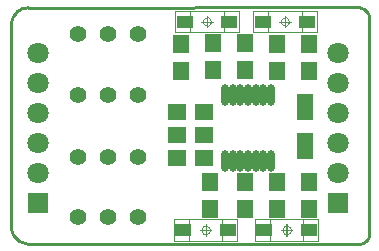
<source format=gts>
G04*
G04 #@! TF.GenerationSoftware,Altium Limited,Altium Designer,22.0.2 (36)*
G04*
G04 Layer_Color=8388736*
%FSTAX25Y25*%
%MOIN*%
G70*
G04*
G04 #@! TF.SameCoordinates,371D3646-10FE-40E0-BBDF-05722AEB6D60*
G04*
G04*
G04 #@! TF.FilePolarity,Negative*
G04*
G01*
G75*
%ADD10C,0.01000*%
%ADD24C,0.00197*%
%ADD25C,0.00004*%
%ADD31R,0.05524X0.04147*%
%ADD32R,0.05800X0.05918*%
%ADD33R,0.05918X0.05800*%
%ADD34O,0.02572X0.07296*%
%ADD35R,0.05800X0.08536*%
%ADD36R,0.07099X0.07099*%
%ADD37C,0.07099*%
%ADD38C,0.05524*%
D10*
X0314906Y037424D02*
X031388Y037415D01*
X0312886Y0373884D01*
X0311953Y0373449D01*
X0311109Y0372859D01*
X0310382Y0372131D01*
X0309791Y0371287D01*
X0309356Y0370354D01*
X030909Y036936D01*
X0309Y0368335D01*
X0309Y0301406D02*
X030909Y030038D01*
X0309356Y0299386D01*
X0309791Y0298453D01*
X0310382Y0297609D01*
X0311109Y0296882D01*
X0311953Y0296291D01*
X0312886Y0295856D01*
X031388Y029559D01*
X0314906Y02955D01*
X04285Y0370425D02*
X0428416Y0371377D01*
X0428089Y0372275D01*
X042754Y0373057D01*
X0426807Y0373671D01*
X0425941Y0374074D01*
X0425Y037424D01*
X04255Y02955D02*
X0426492Y0295736D01*
X0427363Y0296268D01*
X0428026Y0297042D01*
X0428418Y0297984D01*
X04285Y0299D01*
X0309Y0301406D02*
Y0368335D01*
X0314901Y0374169D02*
X0425Y037424D01*
X0314906Y02955D02*
X04255Y02955D01*
X04285Y0299D02*
Y0370425D01*
D24*
X0375378Y03D02*
X0375056Y0300886D01*
X0374239Y0301357D01*
X0373311Y0301193D01*
X0372705Y0300471D01*
Y0299529D01*
X0373311Y0298807D01*
X0374239Y0298643D01*
X0375056Y0299114D01*
X0375378Y03D01*
X0375878Y03695D02*
X0375556Y0370386D01*
X0374739Y0370857D01*
X0373811Y0370693D01*
X0373205Y0369971D01*
Y0369029D01*
X0373811Y0368307D01*
X0374739Y0368143D01*
X0375556Y0368614D01*
X0375878Y03695D01*
X0402378Y03D02*
X0402056Y0300886D01*
X0401239Y0301357D01*
X0400311Y0301193D01*
X0399705Y0300471D01*
Y0299529D01*
X0400311Y0298807D01*
X0401239Y0298643D01*
X0402056Y0299114D01*
X0402378Y03D01*
X0401878Y03695D02*
X0401556Y0370386D01*
X0400739Y0370857D01*
X0399811Y0370693D01*
X0399205Y0369971D01*
Y0369029D01*
X0399811Y0368307D01*
X0400739Y0368143D01*
X0401556Y0368614D01*
X0401878Y03695D01*
X0375878Y03695D02*
X0375556Y0370386D01*
X0374739Y0370857D01*
X0373811Y0370693D01*
X0373205Y0369971D01*
Y0369029D01*
X0373811Y0368307D01*
X0374739Y0368143D01*
X0375556Y0368614D01*
X0375878Y03695D01*
X0375378Y03D02*
X0375056Y0300886D01*
X0374239Y0301357D01*
X0373311Y0301193D01*
X0372705Y0300471D01*
Y0299529D01*
X0373311Y0298807D01*
X0374239Y0298643D01*
X0375056Y0299114D01*
X0375378Y03D01*
X0402358D02*
X0402036Y0300886D01*
X040122Y0301357D01*
X0400291Y0301193D01*
X0399686Y0300471D01*
Y0299529D01*
X0400291Y0298807D01*
X040122Y0298643D01*
X0402036Y0299114D01*
X0402358Y03D01*
X0401878Y03695D02*
X0401556Y0370386D01*
X0400739Y0370857D01*
X0399811Y0370693D01*
X0399205Y0369971D01*
Y0369029D01*
X0399811Y0368307D01*
X0400739Y0368143D01*
X0401556Y0368614D01*
X0401878Y03695D01*
X0372032Y03D02*
X0375969D01*
X0374Y0298031D02*
Y0301968D01*
X036337Y0296457D02*
Y0303543D01*
Y0296457D02*
X038463D01*
Y0303543D01*
X036337D02*
X038463D01*
X0372532Y03695D02*
X0376469D01*
X03745Y0367532D02*
Y0371469D01*
X036387Y0365957D02*
Y0373043D01*
Y0365957D02*
X038513D01*
Y0373043D01*
X036387D02*
X038513D01*
X0399032Y03D02*
X0402969D01*
X0401Y0298031D02*
Y0301968D01*
X039037Y0296457D02*
Y0303543D01*
Y0296457D02*
X041163D01*
Y0303543D01*
X039037D02*
X041163D01*
X0398532Y03695D02*
X0402469D01*
X04005Y0367532D02*
Y0371469D01*
X041113Y0365957D02*
Y0373043D01*
X038987D02*
X041113D01*
X038987Y0365957D02*
Y0373043D01*
Y0365957D02*
X041113D01*
X0372532Y03695D02*
X0376469D01*
X03745Y0367532D02*
Y0371469D01*
X038513Y0365957D02*
Y0373043D01*
X036387Y0365957D02*
X038513D01*
X036387D02*
Y0373043D01*
X038513D01*
X0372032Y03D02*
X0375969D01*
X0374Y0298032D02*
Y0301969D01*
X038463Y0296457D02*
Y0303543D01*
X036337Y0296457D02*
X038463D01*
X036337D02*
Y0303543D01*
X038463D01*
X0399012Y03D02*
X0402949D01*
X040098Y0298032D02*
Y0301969D01*
X041161Y0296457D02*
Y0303543D01*
X039035Y0296457D02*
X041161D01*
X039035D02*
Y0303543D01*
X041161D01*
X0398532Y03695D02*
X0402469D01*
X04005Y0367532D02*
Y0371469D01*
X038987Y0365957D02*
Y0373043D01*
X041113D01*
Y0365957D02*
Y0373043D01*
X038987Y0365957D02*
X041113D01*
D25*
X036839Y0296457D02*
Y0303543D01*
Y0296457D02*
X037961D01*
Y0303543D01*
X036839D02*
X037961D01*
X036889Y0365957D02*
Y0373043D01*
Y0365957D02*
X038011D01*
Y0373043D01*
X036889D02*
X038011D01*
X039539Y0296457D02*
Y0303543D01*
Y0296457D02*
X040661D01*
Y0303543D01*
X039539D02*
X040661D01*
X040611Y0365957D02*
Y0373043D01*
X039489D02*
X040611D01*
X039489Y0365957D02*
Y0373043D01*
Y0365957D02*
X040611D01*
X038011Y0365957D02*
Y0373043D01*
X036889Y0365957D02*
X038011D01*
X036889D02*
Y0373043D01*
X038011D01*
X037961Y0296457D02*
Y0303543D01*
X036839Y0296457D02*
X037961D01*
X036839D02*
Y0303543D01*
X037961D01*
X0406591Y0296457D02*
Y0303543D01*
X039537Y0296457D02*
X0406591D01*
X039537D02*
Y0303543D01*
X0406591D01*
X039489Y0365957D02*
Y0373043D01*
X040611D01*
Y0365957D02*
Y0373043D01*
X039489Y0365957D02*
X040611D01*
D31*
X038198Y03695D02*
D03*
X036702D02*
D03*
X038148Y03D02*
D03*
X036652D02*
D03*
X0408461D02*
D03*
X03935D02*
D03*
X039302Y03695D02*
D03*
X040798D02*
D03*
D32*
X038715Y0362208D02*
D03*
Y0353208D02*
D03*
X0375521Y0306851D02*
D03*
Y0315851D02*
D03*
X0387Y0316D02*
D03*
Y0307D02*
D03*
X0365921Y0361862D02*
D03*
Y0352862D02*
D03*
X0376525Y0353208D02*
D03*
Y0362208D02*
D03*
X0397691Y0315941D02*
D03*
Y0306941D02*
D03*
X0408379Y0307042D02*
D03*
Y0316042D02*
D03*
X0397754Y0353059D02*
D03*
Y0362059D02*
D03*
X0408379Y0353059D02*
D03*
Y0362059D02*
D03*
D33*
X03735Y0324D02*
D03*
X03645D02*
D03*
X03645Y03395D02*
D03*
X03735D02*
D03*
X03735Y033175D02*
D03*
X03645Y033175D02*
D03*
D34*
X0395795Y0345D02*
D03*
X0393236D02*
D03*
X0390677D02*
D03*
X0388118D02*
D03*
X0385559D02*
D03*
X0383D02*
D03*
X0380441D02*
D03*
X0395795Y0322953D02*
D03*
X0393236D02*
D03*
X0390677D02*
D03*
X0388118D02*
D03*
X0385559D02*
D03*
X0383D02*
D03*
X0380441D02*
D03*
D35*
X0407Y03411D02*
D03*
Y03279D02*
D03*
D36*
X0418Y0309D02*
D03*
X0318D02*
D03*
D37*
X0418Y0319D02*
D03*
Y0329D02*
D03*
Y0339D02*
D03*
Y0349D02*
D03*
Y0359D02*
D03*
X0318D02*
D03*
Y0349D02*
D03*
Y0339D02*
D03*
Y0329D02*
D03*
Y0319D02*
D03*
D38*
X03515Y03245D02*
D03*
X03415D02*
D03*
X03315D02*
D03*
X03515Y0345D02*
D03*
X03415D02*
D03*
X03315D02*
D03*
Y03045D02*
D03*
X03415D02*
D03*
X03515D02*
D03*
X03315Y03655D02*
D03*
X03415D02*
D03*
X03515D02*
D03*
M02*

</source>
